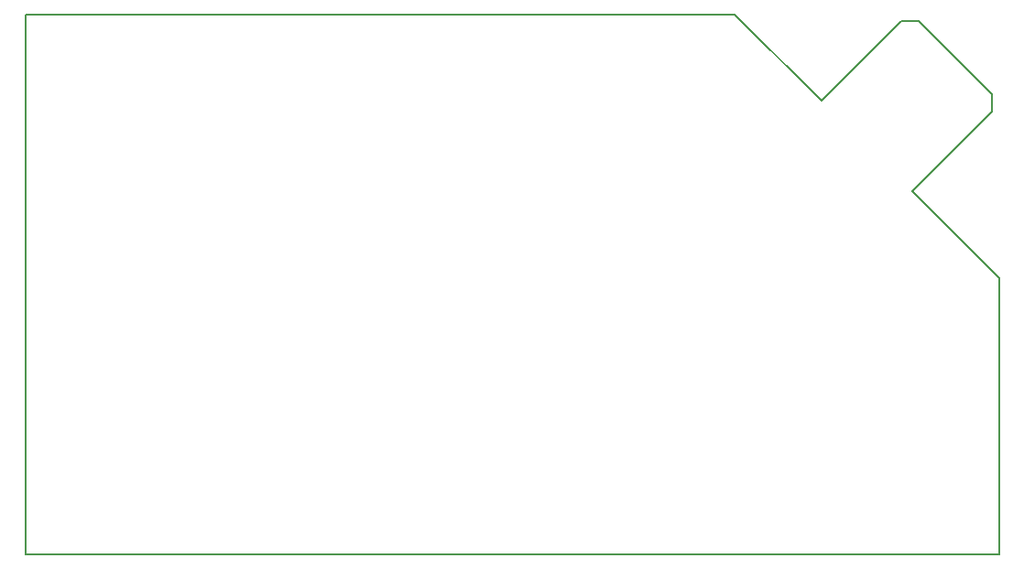
<source format=gm1>
G04 #@! TF.GenerationSoftware,KiCad,Pcbnew,(5.0.0)*
G04 #@! TF.CreationDate,2018-11-23T16:23:24+08:00*
G04 #@! TF.ProjectId,tomu-fpga,746F6D752D667067612E6B696361645F,rev?*
G04 #@! TF.SameCoordinates,Original*
G04 #@! TF.FileFunction,Profile,NP*
%FSLAX46Y46*%
G04 Gerber Fmt 4.6, Leading zero omitted, Abs format (unit mm)*
G04 Created by KiCad (PCBNEW (5.0.0)) date 11/23/18 16:23:24*
%MOMM*%
%LPD*%
G01*
G04 APERTURE LIST*
%ADD10C,0.150000*%
G04 APERTURE END LIST*
D10*
X98600000Y-38000000D02*
X106000000Y-30600000D01*
X114400000Y-37400000D02*
X107600000Y-30600000D01*
X106000000Y-30600000D02*
X107600000Y-30600000D01*
X114400000Y-39000000D02*
X114400000Y-37400000D01*
X98600000Y-38000000D02*
X90600000Y-30000000D01*
X107000000Y-46400000D02*
X114400000Y-39000000D01*
X115000000Y-54400000D02*
X107000000Y-46400000D01*
X25000000Y-80000000D02*
X25000000Y-30000000D01*
X115000000Y-80000000D02*
X25000000Y-80000000D01*
X115000000Y-54400000D02*
X115000000Y-80000000D01*
X25000000Y-30000000D02*
X90600000Y-30000000D01*
M02*

</source>
